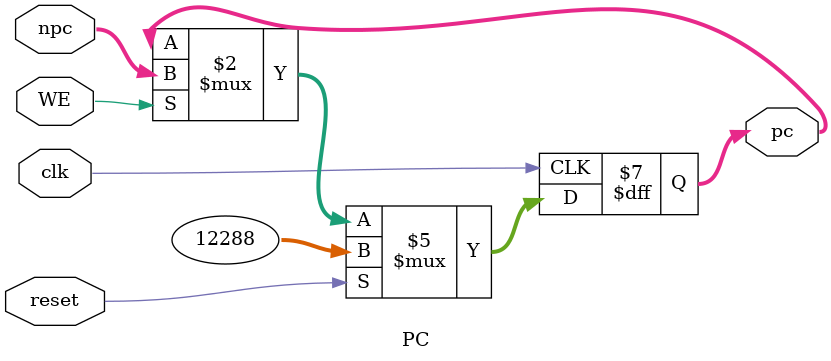
<source format=v>
`timescale 1ns / 1ps
module PC(
    output reg [31:0] pc,
    input [31:0] npc,
    input clk,
    input reset,
	 input WE
	 );
	 always@(posedge clk)begin
	     if(reset)begin
		      pc <= 32'h0000_3000;
		  end
		  else if(WE)begin
		      pc <= npc;
		  end
	 end


endmodule

</source>
